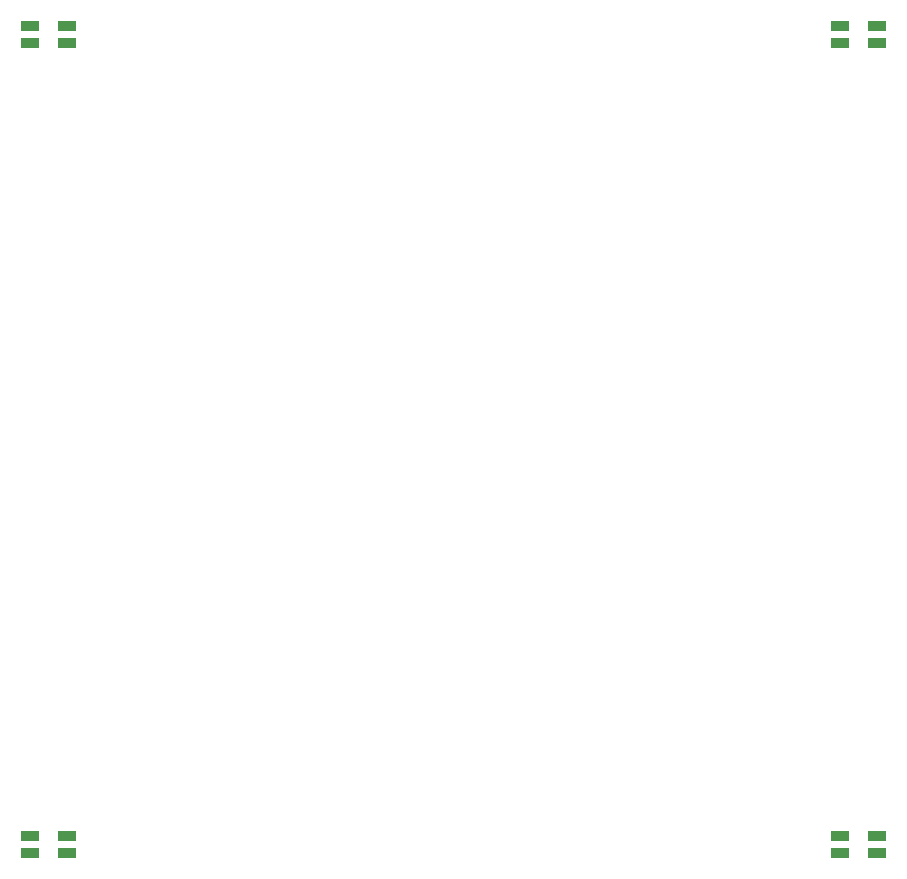
<source format=gbr>
%TF.GenerationSoftware,KiCad,Pcbnew,8.0.8*%
%TF.CreationDate,2025-06-01T20:52:10+02:00*%
%TF.ProjectId,DIYFAN_V1,44495946-414e-45f5-9631-2e6b69636164,rev?*%
%TF.SameCoordinates,Original*%
%TF.FileFunction,Paste,Bot*%
%TF.FilePolarity,Positive*%
%FSLAX46Y46*%
G04 Gerber Fmt 4.6, Leading zero omitted, Abs format (unit mm)*
G04 Created by KiCad (PCBNEW 8.0.8) date 2025-06-01 20:52:10*
%MOMM*%
%LPD*%
G01*
G04 APERTURE LIST*
%ADD10R,1.500000X0.900000*%
G04 APERTURE END LIST*
D10*
%TO.C,D4*%
X165634000Y-122366000D03*
X165634000Y-120966000D03*
X162534000Y-122366000D03*
X162534000Y-120966000D03*
%TD*%
%TO.C,D3*%
X165634000Y-53786000D03*
X165634000Y-52386000D03*
X162534000Y-53786000D03*
X162534000Y-52386000D03*
%TD*%
%TO.C,D1*%
X93954000Y-120966000D03*
X93954000Y-122366000D03*
X97054000Y-120966000D03*
X97054000Y-122366000D03*
%TD*%
%TO.C,D2*%
X93954000Y-52386000D03*
X93954000Y-53786000D03*
X97054000Y-52386000D03*
X97054000Y-53786000D03*
%TD*%
M02*

</source>
